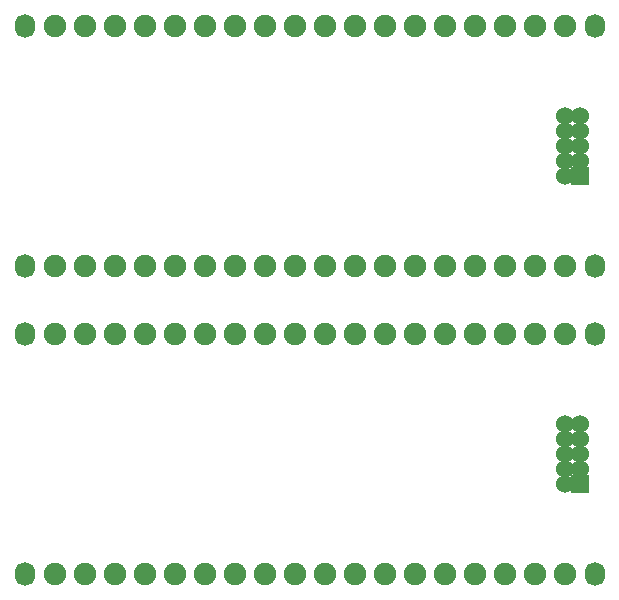
<source format=gbs>
G75*
G70*
%OFA0B0*%
%FSLAX25Y25*%
%IPPOS*%
%LPD*%
%AMOC8*
5,1,8,0,0,1.08239X$1,22.5*
%
%ADD13C,0.00600*%
%ADD14R,0.06000X0.06000*%
%ADD15C,0.06000*%
%ADD22C,0.07500*%
%ADD24O,0.06720X0.07910*%
X0010000Y0010000D02*
G01*
D13*
D22*
X0053430Y0015000D03*
X0103430Y0095000D03*
X0093430Y0095000D03*
X0073430Y0095000D03*
X0063430Y0095000D03*
X0133430Y0015000D03*
X0143430Y0015000D03*
X0153430Y0015000D03*
X0163430Y0015000D03*
X0173430Y0015000D03*
X0183430Y0015000D03*
X0113430Y0095000D03*
X0043430Y0015000D03*
X0033430Y0015000D03*
X0023430Y0015000D03*
X0033430Y0095000D03*
X0043430Y0095000D03*
D24*
X0013430Y0015000D03*
D22*
X0143430Y0095000D03*
X0073430Y0015000D03*
X0083430Y0015000D03*
X0093430Y0015000D03*
X0193430Y0015000D03*
D24*
X0203430Y0095000D03*
D22*
X0193430Y0095000D03*
X0183430Y0095000D03*
X0173430Y0095000D03*
X0163430Y0095000D03*
X0153430Y0095000D03*
X0063430Y0015000D03*
D24*
X0203430Y0015000D03*
X0013430Y0095000D03*
D22*
X0053430Y0095000D03*
X0083430Y0095000D03*
X0103430Y0015000D03*
X0113430Y0015000D03*
X0123430Y0015000D03*
X0133430Y0095000D03*
X0123430Y0095000D03*
X0023430Y0095000D03*
D14*
X0198430Y0045000D03*
D15*
X0193430Y0045000D03*
X0198430Y0050000D03*
X0193430Y0050000D03*
X0198430Y0055000D03*
X0193430Y0055000D03*
X0198430Y0060000D03*
X0193430Y0060000D03*
X0198430Y0065000D03*
X0193430Y0065000D03*
X0010000Y0112500D02*
G01*
D13*
D22*
X0053430Y0117500D03*
X0103430Y0197500D03*
X0093430Y0197500D03*
X0073430Y0197500D03*
X0063430Y0197500D03*
X0133430Y0117500D03*
X0143430Y0117500D03*
X0153430Y0117500D03*
X0163430Y0117500D03*
X0173430Y0117500D03*
X0183430Y0117500D03*
X0113430Y0197500D03*
X0043430Y0117500D03*
X0033430Y0117500D03*
X0023430Y0117500D03*
X0033430Y0197500D03*
X0043430Y0197500D03*
D24*
X0013430Y0117500D03*
D22*
X0143430Y0197500D03*
X0073430Y0117500D03*
X0083430Y0117500D03*
X0093430Y0117500D03*
X0193430Y0117500D03*
D24*
X0203430Y0197500D03*
D22*
X0193430Y0197500D03*
X0183430Y0197500D03*
X0173430Y0197500D03*
X0163430Y0197500D03*
X0153430Y0197500D03*
X0063430Y0117500D03*
D24*
X0203430Y0117500D03*
X0013430Y0197500D03*
D22*
X0053430Y0197500D03*
X0083430Y0197500D03*
X0103430Y0117500D03*
X0113430Y0117500D03*
X0123430Y0117500D03*
X0133430Y0197500D03*
X0123430Y0197500D03*
X0023430Y0197500D03*
D14*
X0198430Y0147500D03*
D15*
X0193430Y0147500D03*
X0198430Y0152500D03*
X0193430Y0152500D03*
X0198430Y0157500D03*
X0193430Y0157500D03*
X0198430Y0162500D03*
X0193430Y0162500D03*
X0198430Y0167500D03*
X0193430Y0167500D03*
M02*

</source>
